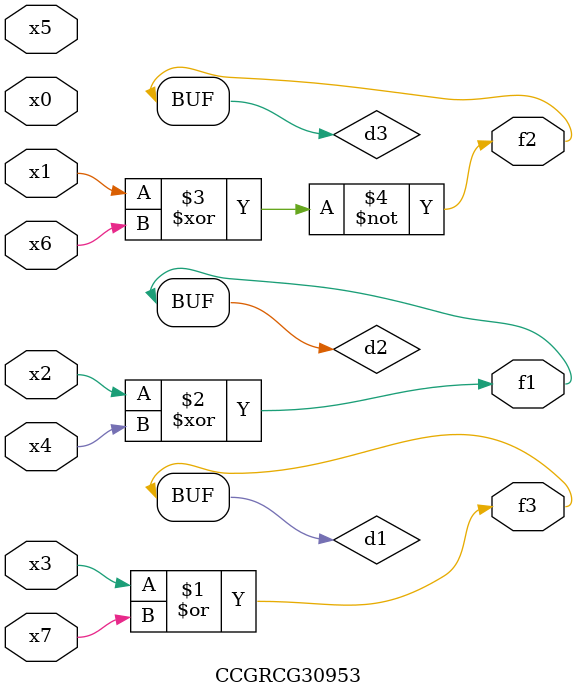
<source format=v>
module CCGRCG30953(
	input x0, x1, x2, x3, x4, x5, x6, x7,
	output f1, f2, f3
);

	wire d1, d2, d3;

	or (d1, x3, x7);
	xor (d2, x2, x4);
	xnor (d3, x1, x6);
	assign f1 = d2;
	assign f2 = d3;
	assign f3 = d1;
endmodule

</source>
